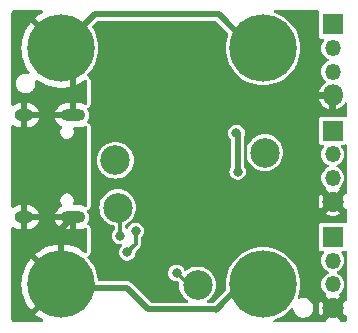
<source format=gbr>
%TF.GenerationSoftware,KiCad,Pcbnew,8.0.2*%
%TF.CreationDate,2024-05-15T22:33:18-04:00*%
%TF.ProjectId,USB-C-3-way-splitter,5553422d-432d-4332-9d77-61792d73706c,rev?*%
%TF.SameCoordinates,Original*%
%TF.FileFunction,Copper,L2,Bot*%
%TF.FilePolarity,Positive*%
%FSLAX46Y46*%
G04 Gerber Fmt 4.6, Leading zero omitted, Abs format (unit mm)*
G04 Created by KiCad (PCBNEW 8.0.2) date 2024-05-15 22:33:18*
%MOMM*%
%LPD*%
G01*
G04 APERTURE LIST*
%TA.AperFunction,ComponentPad*%
%ADD10C,5.700000*%
%TD*%
%TA.AperFunction,ComponentPad*%
%ADD11R,1.800000X1.800000*%
%TD*%
%TA.AperFunction,ComponentPad*%
%ADD12O,1.350000X1.350000*%
%TD*%
%TA.AperFunction,ComponentPad*%
%ADD13C,1.800000*%
%TD*%
%TA.AperFunction,ComponentPad*%
%ADD14O,1.800000X1.800000*%
%TD*%
%TA.AperFunction,ComponentPad*%
%ADD15O,2.100000X1.000000*%
%TD*%
%TA.AperFunction,ComponentPad*%
%ADD16O,1.600000X1.000000*%
%TD*%
%TA.AperFunction,SMDPad,CuDef*%
%ADD17C,2.500000*%
%TD*%
%TA.AperFunction,ViaPad*%
%ADD18C,0.800000*%
%TD*%
%TA.AperFunction,Conductor*%
%ADD19C,0.500000*%
%TD*%
%TA.AperFunction,Conductor*%
%ADD20C,0.300000*%
%TD*%
%TA.AperFunction,Conductor*%
%ADD21C,0.600000*%
%TD*%
G04 APERTURE END LIST*
D10*
%TO.P,H4,1,1*%
%TO.N,GNDPWR*%
X20100000Y-10000000D03*
%TD*%
D11*
%TO.P,J3,1,Pin_1*%
%TO.N,+5V*%
X26000000Y3000000D03*
D12*
%TO.P,J3,2,Pin_2*%
%TO.N,Net-(J3-Pin_2)*%
X26000000Y1000000D03*
%TO.P,J3,3,Pin_3*%
X26000000Y-1000000D03*
D13*
%TO.P,J3,4,Pin_4*%
%TO.N,GND*%
X26000000Y-3000000D03*
%TD*%
D10*
%TO.P,H2,1,1*%
%TO.N,GNDPWR*%
X3000000Y-10000000D03*
%TD*%
D11*
%TO.P,J2,1,Pin_1*%
%TO.N,+5V*%
X26000000Y12000000D03*
D12*
%TO.P,J2,2,Pin_2*%
%TO.N,Net-(J2-Pin_2)*%
X26000000Y10000000D03*
%TO.P,J2,3,Pin_3*%
X26000000Y8000000D03*
D14*
%TO.P,J2,4,Pin_4*%
%TO.N,GND*%
X26000000Y6000000D03*
%TD*%
D10*
%TO.P,H1,1,1*%
%TO.N,GNDPWR*%
X3000000Y10000000D03*
%TD*%
D15*
%TO.P,J1,S1,SHIELD*%
%TO.N,GNDPWR*%
X4030000Y4320000D03*
D16*
X-150000Y4320000D03*
D15*
X4030000Y-4320000D03*
D16*
X-150000Y-4320000D03*
%TD*%
D10*
%TO.P,H3,1,1*%
%TO.N,GNDPWR*%
X20100000Y10000000D03*
%TD*%
D11*
%TO.P,J4,1,Pin_1*%
%TO.N,+5V*%
X26000000Y-6000000D03*
D12*
%TO.P,J4,2,Pin_2*%
%TO.N,Net-(J4-Pin_2)*%
X26000000Y-8000000D03*
%TO.P,J4,3,Pin_3*%
X26000000Y-10000000D03*
D13*
%TO.P,J4,4,Pin_4*%
%TO.N,GND*%
X26000000Y-12000000D03*
%TD*%
D17*
%TO.P,TP4,1,1*%
%TO.N,+1V2*%
X14550000Y-10050000D03*
%TD*%
%TO.P,TP2,1,1*%
%TO.N,CC2*%
X7800000Y-3500000D03*
%TD*%
%TO.P,TP3,1,1*%
%TO.N,EN*%
X20250000Y1150000D03*
%TD*%
%TO.P,TP1,1,1*%
%TO.N,CC1*%
X7600000Y500000D03*
%TD*%
D18*
%TO.N,GND*%
X18175000Y-4725000D03*
X20000000Y6000000D03*
X10100000Y-3850000D03*
X19500000Y-1000000D03*
X16400000Y9950000D03*
X22850000Y-550000D03*
X16450000Y10900000D03*
X12600000Y10050000D03*
X21000000Y6000000D03*
X6200000Y3600000D03*
X15800000Y-6300000D03*
X5800000Y-4900000D03*
X12500000Y-5200000D03*
X16400000Y-8900000D03*
X10700000Y-11000000D03*
X5800000Y-3900000D03*
X19000000Y6000000D03*
X6100000Y4700000D03*
X6000000Y7500000D03*
X6000000Y-5900000D03*
%TO.N,VBUS*%
X17850000Y2800000D03*
X17950000Y-450000D03*
%TO.N,CC1*%
X9300000Y-5500000D03*
X6750000Y450000D03*
X8600000Y-7300000D03*
%TO.N,CC2*%
X8000000Y-5900000D03*
%TO.N,+1V2*%
X12775000Y-9025000D03*
%TO.N,EN*%
X19550000Y1100000D03*
%TD*%
D19*
%TO.N,VBUS*%
X17950000Y2700000D02*
X17850000Y2800000D01*
X17950000Y-450000D02*
X17950000Y2700000D01*
D20*
%TO.N,CC1*%
X9300000Y-5500000D02*
X9300000Y-6600000D01*
X9300000Y-6600000D02*
X8600000Y-7300000D01*
%TO.N,CC2*%
X8000000Y-3700000D02*
X7800000Y-3500000D01*
X8000000Y-5900000D02*
X8000000Y-3700000D01*
%TO.N,+1V2*%
X13800000Y-10050000D02*
X12775000Y-9025000D01*
X14550000Y-10050000D02*
X13800000Y-10050000D01*
D21*
%TO.N,GNDPWR*%
X4620000Y4320000D02*
X4030000Y4320000D01*
D19*
X3000000Y-10000000D02*
X3302400Y-10302400D01*
X16350000Y12850000D02*
X19200000Y10000000D01*
X5850000Y12850000D02*
X16350000Y12850000D01*
X3000000Y-5350000D02*
X4030000Y-4320000D01*
X4030000Y4320000D02*
X4030000Y8970000D01*
X10400000Y-12100000D02*
X16050000Y-12100000D01*
X8602400Y-10302400D02*
X10400000Y-12100000D01*
X16100000Y-12150000D02*
X18250000Y-10000000D01*
X3000000Y-10000000D02*
X3000000Y-5350000D01*
X19200000Y10000000D02*
X20100000Y10000000D01*
X3000000Y10000000D02*
X5850000Y12850000D01*
D21*
X4030000Y-4320000D02*
X4620000Y-4320000D01*
D19*
X18250000Y-10000000D02*
X20100000Y-10000000D01*
X16050000Y-12100000D02*
X16100000Y-12150000D01*
X4030000Y8970000D02*
X3000000Y10000000D01*
X3302400Y-10302400D02*
X8602400Y-10302400D01*
%TD*%
%TA.AperFunction,Conductor*%
%TO.N,GNDPWR*%
G36*
X1441011Y13179815D02*
G01*
X1486766Y13127011D01*
X1496710Y13057853D01*
X1467685Y12994297D01*
X1430975Y12966679D01*
X1431501Y12965689D01*
X1428522Y12964109D01*
X1117282Y12776843D01*
X1117266Y12776832D01*
X828071Y12556993D01*
X828070Y12556992D01*
X811888Y12541664D01*
X811888Y12541662D01*
X2059300Y11294250D01*
X1957670Y11220412D01*
X1779588Y11042330D01*
X1705747Y10940697D01*
X460970Y12185475D01*
X460969Y12185475D01*
X329177Y12030319D01*
X329170Y12030309D01*
X125318Y11729651D01*
X125316Y11729647D01*
X-44838Y11408702D01*
X-44847Y11408684D01*
X-179302Y11071227D01*
X-179304Y11071220D01*
X-276480Y10721222D01*
X-276482Y10721214D01*
X-335253Y10362728D01*
X-354920Y10000002D01*
X-354920Y9999997D01*
X-335253Y9637271D01*
X-276482Y9278785D01*
X-276480Y9278777D01*
X-179304Y8928779D01*
X-179302Y8928772D01*
X-44847Y8591315D01*
X-44838Y8591297D01*
X125316Y8270352D01*
X125318Y8270348D01*
X307198Y8002096D01*
X328527Y7935562D01*
X310499Y7868058D01*
X258838Y7821017D01*
X189945Y7809374D01*
X180373Y7810892D01*
X81799Y7830500D01*
X81797Y7830500D01*
X-81797Y7830500D01*
X-81799Y7830500D01*
X-180372Y7810892D01*
X-242248Y7798584D01*
X-393389Y7735979D01*
X-529413Y7645091D01*
X-645091Y7529413D01*
X-735979Y7393389D01*
X-798584Y7242248D01*
X-798585Y7242242D01*
X-830500Y7081799D01*
X-830500Y6918200D01*
X-823569Y6883359D01*
X-798584Y6757752D01*
X-753951Y6650000D01*
X-735980Y6606613D01*
X-735975Y6606604D01*
X-645091Y6470587D01*
X-645088Y6470583D01*
X-529416Y6354911D01*
X-529412Y6354908D01*
X-393395Y6264024D01*
X-393386Y6264019D01*
X-242248Y6201416D01*
X-242242Y6201414D01*
X-81799Y6169500D01*
X-81797Y6169500D01*
X81799Y6169500D01*
X242242Y6201414D01*
X242248Y6201416D01*
X393386Y6264019D01*
X393395Y6264024D01*
X529412Y6354908D01*
X529416Y6354911D01*
X645088Y6470583D01*
X645091Y6470587D01*
X735975Y6606604D01*
X735980Y6606613D01*
X753951Y6650000D01*
X798584Y6757752D01*
X823569Y6883359D01*
X830500Y6918200D01*
X830500Y7081799D01*
X810121Y7184248D01*
X816348Y7253840D01*
X859211Y7309017D01*
X925100Y7332262D01*
X993097Y7316195D01*
X1006779Y7307156D01*
X1117266Y7223167D01*
X1117282Y7223156D01*
X1428522Y7035890D01*
X1428535Y7035883D01*
X1758205Y6883360D01*
X1758210Y6883359D01*
X2102461Y6767367D01*
X2457235Y6689275D01*
X2818366Y6650000D01*
X3181633Y6650000D01*
X3542764Y6689275D01*
X3897538Y6767367D01*
X4241789Y6883359D01*
X4241794Y6883360D01*
X4571464Y7035883D01*
X4571477Y7035890D01*
X4882717Y7223156D01*
X4882733Y7223167D01*
X5000959Y7313039D01*
X5066241Y7337938D01*
X5134622Y7323591D01*
X5184391Y7274552D01*
X5200000Y7214323D01*
X5200000Y5331159D01*
X5180315Y5264120D01*
X5127511Y5218365D01*
X5058353Y5208421D01*
X5028547Y5216598D01*
X4871689Y5281570D01*
X4871681Y5281572D01*
X4678495Y5319999D01*
X4678492Y5320000D01*
X4280000Y5320000D01*
X4280000Y4620000D01*
X3780000Y4620000D01*
X3780000Y5320000D01*
X3381508Y5320000D01*
X3381504Y5319999D01*
X3188318Y5281572D01*
X3188306Y5281569D01*
X3006328Y5206192D01*
X3006315Y5206185D01*
X2842537Y5096751D01*
X2842533Y5096748D01*
X2703251Y4957466D01*
X2703248Y4957462D01*
X2593814Y4793684D01*
X2593807Y4793671D01*
X2518430Y4611692D01*
X2518430Y4611690D01*
X2510138Y4570000D01*
X3313012Y4570000D01*
X3295795Y4560060D01*
X3239940Y4504205D01*
X3200444Y4435796D01*
X3180000Y4359496D01*
X3180000Y4280504D01*
X3200444Y4204204D01*
X3239940Y4135795D01*
X3295795Y4079940D01*
X3313012Y4070000D01*
X2510138Y4070000D01*
X2518430Y4028309D01*
X2518430Y4028307D01*
X2593807Y3846328D01*
X2593814Y3846315D01*
X2703248Y3682537D01*
X2703251Y3682533D01*
X2842536Y3543248D01*
X3011387Y3430427D01*
X3009889Y3428185D01*
X3051323Y3386789D01*
X3066206Y3318523D01*
X3041819Y3253047D01*
X3040892Y3251824D01*
X3036283Y3245818D01*
X2959993Y3113681D01*
X2959993Y3113680D01*
X2959992Y3113678D01*
X2920500Y2966293D01*
X2920500Y2813707D01*
X2955326Y2683733D01*
X2959993Y2666318D01*
X3036282Y2534182D01*
X3036287Y2534176D01*
X3144176Y2426287D01*
X3144182Y2426282D01*
X3276318Y2349993D01*
X3276317Y2349993D01*
X3320106Y2338259D01*
X3423707Y2310500D01*
X3423710Y2310500D01*
X3576290Y2310500D01*
X3576293Y2310500D01*
X3723678Y2349992D01*
X3723681Y2349993D01*
X3855817Y2426282D01*
X3855823Y2426287D01*
X3963712Y2534176D01*
X3963715Y2534179D01*
X4040008Y2666322D01*
X4079500Y2813707D01*
X4079500Y2966293D01*
X4040008Y3113678D01*
X4032747Y3126253D01*
X4028275Y3134001D01*
X4011803Y3201901D01*
X4034656Y3267928D01*
X4089578Y3311118D01*
X4135663Y3320000D01*
X4678495Y3320000D01*
X4871681Y3358427D01*
X4871693Y3358430D01*
X5028548Y3423401D01*
X5098017Y3430870D01*
X5160496Y3399595D01*
X5196148Y3339505D01*
X5200000Y3308840D01*
X5200000Y-3308840D01*
X5180315Y-3375879D01*
X5127511Y-3421634D01*
X5058353Y-3431578D01*
X5028548Y-3423401D01*
X4871693Y-3358430D01*
X4871681Y-3358427D01*
X4678495Y-3320000D01*
X4135663Y-3320000D01*
X4068624Y-3300315D01*
X4022869Y-3247511D01*
X4012925Y-3178353D01*
X4028275Y-3134001D01*
X4032747Y-3126253D01*
X4040008Y-3113678D01*
X4079500Y-2966293D01*
X4079500Y-2813707D01*
X4040008Y-2666322D01*
X3963715Y-2534179D01*
X3855821Y-2426285D01*
X3855819Y-2426284D01*
X3855817Y-2426282D01*
X3723681Y-2349993D01*
X3723682Y-2349993D01*
X3711595Y-2346754D01*
X3576293Y-2310500D01*
X3423707Y-2310500D01*
X3288404Y-2346754D01*
X3276318Y-2349993D01*
X3144182Y-2426282D01*
X3144176Y-2426287D01*
X3036287Y-2534176D01*
X3036282Y-2534182D01*
X2959993Y-2666318D01*
X2959992Y-2666322D01*
X2920500Y-2813707D01*
X2920500Y-2966293D01*
X2959992Y-3113678D01*
X2959993Y-3113681D01*
X3036283Y-3245818D01*
X3040892Y-3251824D01*
X3066088Y-3316993D01*
X3052051Y-3385438D01*
X3010060Y-3428441D01*
X3011387Y-3430427D01*
X2842536Y-3543248D01*
X2703251Y-3682533D01*
X2703248Y-3682537D01*
X2593814Y-3846315D01*
X2593807Y-3846328D01*
X2518430Y-4028307D01*
X2518430Y-4028309D01*
X2510138Y-4070000D01*
X3313012Y-4070000D01*
X3295795Y-4079940D01*
X3239940Y-4135795D01*
X3200444Y-4204204D01*
X3180000Y-4280504D01*
X3180000Y-4359496D01*
X3200444Y-4435796D01*
X3239940Y-4504205D01*
X3295795Y-4560060D01*
X3313012Y-4570000D01*
X2510138Y-4570000D01*
X2518430Y-4611690D01*
X2518430Y-4611692D01*
X2593807Y-4793671D01*
X2593814Y-4793684D01*
X2703248Y-4957462D01*
X2703251Y-4957466D01*
X2842533Y-5096748D01*
X2842537Y-5096751D01*
X3006315Y-5206185D01*
X3006328Y-5206192D01*
X3188306Y-5281569D01*
X3188318Y-5281572D01*
X3381504Y-5319999D01*
X3381508Y-5320000D01*
X3780000Y-5320000D01*
X3780000Y-4620000D01*
X4280000Y-4620000D01*
X4280000Y-5320000D01*
X4678492Y-5320000D01*
X4678495Y-5319999D01*
X4871681Y-5281572D01*
X4871689Y-5281570D01*
X5028547Y-5216598D01*
X5098017Y-5209129D01*
X5160496Y-5240404D01*
X5196148Y-5300493D01*
X5200000Y-5331159D01*
X5200000Y-7214323D01*
X5180315Y-7281362D01*
X5127511Y-7327117D01*
X5058353Y-7337061D01*
X5000959Y-7313039D01*
X4882733Y-7223167D01*
X4882717Y-7223156D01*
X4571477Y-7035890D01*
X4571464Y-7035883D01*
X4241794Y-6883360D01*
X4241789Y-6883359D01*
X3897538Y-6767367D01*
X3542764Y-6689275D01*
X3181633Y-6650000D01*
X2818366Y-6650000D01*
X2457235Y-6689275D01*
X2102461Y-6767367D01*
X1758210Y-6883359D01*
X1758205Y-6883360D01*
X1428535Y-7035883D01*
X1428522Y-7035890D01*
X1117282Y-7223156D01*
X1117266Y-7223167D01*
X828075Y-7443002D01*
X811888Y-7458335D01*
X811887Y-7458335D01*
X2059301Y-8705748D01*
X1957670Y-8779588D01*
X1779588Y-8957670D01*
X1705748Y-9059300D01*
X460970Y-7814522D01*
X460969Y-7814523D01*
X329177Y-7969680D01*
X329170Y-7969690D01*
X125318Y-8270348D01*
X125316Y-8270352D01*
X-44838Y-8591297D01*
X-44847Y-8591315D01*
X-179302Y-8928772D01*
X-179304Y-8928779D01*
X-276480Y-9278777D01*
X-276482Y-9278785D01*
X-335253Y-9637271D01*
X-354920Y-9999997D01*
X-354920Y-10000002D01*
X-335253Y-10362728D01*
X-276482Y-10721214D01*
X-276480Y-10721222D01*
X-179304Y-11071220D01*
X-179302Y-11071227D01*
X-44847Y-11408684D01*
X-44838Y-11408702D01*
X125316Y-11729647D01*
X125318Y-11729651D01*
X329170Y-12030309D01*
X329177Y-12030319D01*
X460969Y-12185475D01*
X460970Y-12185475D01*
X1705748Y-10940698D01*
X1779588Y-11042330D01*
X1957670Y-11220412D01*
X2059299Y-11294250D01*
X811888Y-12541662D01*
X811888Y-12541664D01*
X828070Y-12556992D01*
X828071Y-12556993D01*
X1117266Y-12776832D01*
X1117282Y-12776843D01*
X1428522Y-12964109D01*
X1431501Y-12965689D01*
X1430755Y-12967094D01*
X1478608Y-13008962D01*
X1497971Y-13076095D01*
X1477964Y-13143040D01*
X1424941Y-13188540D01*
X1373972Y-13199500D01*
X-990243Y-13199500D01*
X-1009638Y-13197973D01*
X-1025888Y-13195399D01*
X-1042250Y-13192808D01*
X-1079144Y-13180821D01*
X-1099762Y-13170316D01*
X-1131150Y-13147511D01*
X-1147511Y-13131150D01*
X-1170316Y-13099762D01*
X-1180821Y-13079144D01*
X-1192808Y-13042250D01*
X-1197973Y-13009642D01*
X-1199500Y-12990243D01*
X-1199500Y-5253878D01*
X-1179815Y-5186839D01*
X-1127011Y-5141084D01*
X-1057853Y-5131140D01*
X-1006609Y-5150776D01*
X-923683Y-5206185D01*
X-923671Y-5206192D01*
X-741693Y-5281569D01*
X-741681Y-5281572D01*
X-548495Y-5319999D01*
X-548492Y-5320000D01*
X-400000Y-5320000D01*
X-400000Y-4620000D01*
X100000Y-4620000D01*
X100000Y-5320000D01*
X248492Y-5320000D01*
X248495Y-5319999D01*
X441681Y-5281572D01*
X441693Y-5281569D01*
X623671Y-5206192D01*
X623684Y-5206185D01*
X787462Y-5096751D01*
X787466Y-5096748D01*
X926748Y-4957466D01*
X926751Y-4957462D01*
X1036185Y-4793684D01*
X1036192Y-4793671D01*
X1111569Y-4611692D01*
X1111569Y-4611690D01*
X1119862Y-4570000D01*
X316988Y-4570000D01*
X334205Y-4560060D01*
X390060Y-4504205D01*
X429556Y-4435796D01*
X450000Y-4359496D01*
X450000Y-4280504D01*
X429556Y-4204204D01*
X390060Y-4135795D01*
X334205Y-4079940D01*
X316988Y-4070000D01*
X1119862Y-4070000D01*
X1111569Y-4028309D01*
X1111569Y-4028307D01*
X1036192Y-3846328D01*
X1036185Y-3846315D01*
X926751Y-3682537D01*
X926748Y-3682533D01*
X787466Y-3543251D01*
X787462Y-3543248D01*
X623684Y-3433814D01*
X623671Y-3433807D01*
X441693Y-3358430D01*
X441681Y-3358427D01*
X248495Y-3320000D01*
X100000Y-3320000D01*
X100000Y-4020000D01*
X-400000Y-4020000D01*
X-400000Y-3320000D01*
X-548495Y-3320000D01*
X-741681Y-3358427D01*
X-741693Y-3358430D01*
X-923671Y-3433807D01*
X-923684Y-3433814D01*
X-1006609Y-3489223D01*
X-1073287Y-3510101D01*
X-1140667Y-3491616D01*
X-1187357Y-3439637D01*
X-1199500Y-3386121D01*
X-1199500Y3386121D01*
X-1179815Y3453160D01*
X-1127011Y3498915D01*
X-1057853Y3508859D01*
X-1006609Y3489223D01*
X-923684Y3433814D01*
X-923671Y3433807D01*
X-741693Y3358430D01*
X-741681Y3358427D01*
X-548495Y3320000D01*
X-400000Y3320000D01*
X-400000Y4020000D01*
X100000Y4020000D01*
X100000Y3320000D01*
X248495Y3320000D01*
X441681Y3358427D01*
X441693Y3358430D01*
X623671Y3433807D01*
X623684Y3433814D01*
X787462Y3543248D01*
X787466Y3543251D01*
X926748Y3682533D01*
X926751Y3682537D01*
X1036185Y3846315D01*
X1036192Y3846328D01*
X1111569Y4028307D01*
X1111569Y4028309D01*
X1119862Y4070000D01*
X316988Y4070000D01*
X334205Y4079940D01*
X390060Y4135795D01*
X429556Y4204204D01*
X450000Y4280504D01*
X450000Y4359496D01*
X429556Y4435796D01*
X390060Y4504205D01*
X334205Y4560060D01*
X316988Y4570000D01*
X1119862Y4570000D01*
X1111569Y4611690D01*
X1111569Y4611692D01*
X1036192Y4793671D01*
X1036185Y4793684D01*
X926751Y4957462D01*
X926748Y4957466D01*
X787466Y5096748D01*
X787462Y5096751D01*
X623684Y5206185D01*
X623671Y5206192D01*
X441693Y5281569D01*
X441681Y5281572D01*
X248495Y5319999D01*
X248492Y5320000D01*
X100000Y5320000D01*
X100000Y4620000D01*
X-400000Y4620000D01*
X-400000Y5320000D01*
X-548492Y5320000D01*
X-548495Y5319999D01*
X-741681Y5281572D01*
X-741693Y5281569D01*
X-923671Y5206192D01*
X-923683Y5206185D01*
X-1006609Y5150776D01*
X-1073286Y5129898D01*
X-1140666Y5148382D01*
X-1187357Y5200361D01*
X-1199500Y5253878D01*
X-1199500Y12990244D01*
X-1197973Y13009643D01*
X-1192808Y13042251D01*
X-1180820Y13079147D01*
X-1170315Y13099764D01*
X-1147511Y13131150D01*
X-1131150Y13147511D01*
X-1099762Y13170316D01*
X-1079144Y13180821D01*
X-1042250Y13192808D01*
X-1025888Y13195399D01*
X-1009638Y13197973D01*
X-990243Y13199500D01*
X1373972Y13199500D01*
X1441011Y13179815D01*
G37*
%TD.AperFunction*%
%TD*%
%TA.AperFunction,Conductor*%
%TO.N,GND*%
G36*
X24810010Y13180593D02*
G01*
X24845974Y13131093D01*
X24845974Y13069907D01*
X24842385Y13060515D01*
X24810880Y12989161D01*
X24802414Y12969988D01*
X24799500Y12944869D01*
X24799500Y11055139D01*
X24799501Y11055136D01*
X24802414Y11030009D01*
X24847794Y10927235D01*
X24927235Y10847794D01*
X25030011Y10802414D01*
X25055130Y10799500D01*
X25055135Y10799500D01*
X25184866Y10799500D01*
X25243057Y10780593D01*
X25279021Y10731093D01*
X25279021Y10669907D01*
X25261394Y10637695D01*
X25184977Y10544581D01*
X25184976Y10544579D01*
X25184969Y10544569D01*
X25094397Y10375119D01*
X25094395Y10375114D01*
X25038614Y10191231D01*
X25038613Y10191226D01*
X25019780Y10000003D01*
X25019780Y9999996D01*
X25038613Y9808773D01*
X25038614Y9808768D01*
X25094395Y9624885D01*
X25094397Y9624880D01*
X25184969Y9455430D01*
X25184976Y9455420D01*
X25306875Y9306884D01*
X25306884Y9306875D01*
X25455420Y9184976D01*
X25455430Y9184969D01*
X25624880Y9094397D01*
X25629375Y9092536D01*
X25628824Y9091207D01*
X25673957Y9059750D01*
X25694002Y9001941D01*
X25676239Y8943391D01*
X25629232Y8907808D01*
X25629375Y8907464D01*
X25628053Y8906916D01*
X25627454Y8906463D01*
X25625156Y8905716D01*
X25624890Y8905606D01*
X25624886Y8905605D01*
X25624881Y8905602D01*
X25624880Y8905602D01*
X25455430Y8815030D01*
X25455423Y8815025D01*
X25455419Y8815023D01*
X25376158Y8749975D01*
X25306884Y8693124D01*
X25306875Y8693115D01*
X25255813Y8630895D01*
X25184977Y8544581D01*
X25184976Y8544579D01*
X25184969Y8544569D01*
X25094397Y8375119D01*
X25094395Y8375114D01*
X25038614Y8191231D01*
X25038613Y8191226D01*
X25019780Y8000003D01*
X25019780Y7999996D01*
X25038613Y7808773D01*
X25038614Y7808768D01*
X25094395Y7624885D01*
X25094397Y7624880D01*
X25184969Y7455430D01*
X25184976Y7455420D01*
X25306875Y7306884D01*
X25306884Y7306875D01*
X25425333Y7209667D01*
X25458320Y7158135D01*
X25454718Y7097056D01*
X25415903Y7049759D01*
X25414645Y7048968D01*
X25273744Y6961725D01*
X25109391Y6811898D01*
X25109387Y6811893D01*
X24975369Y6634426D01*
X24975364Y6634417D01*
X24876239Y6435347D01*
X24837730Y6300000D01*
X25480385Y6300000D01*
X25440889Y6231591D01*
X25400000Y6078991D01*
X25400000Y5921009D01*
X25440889Y5768409D01*
X25480385Y5700000D01*
X24837731Y5700000D01*
X24837730Y5699999D01*
X24876239Y5564652D01*
X24975364Y5365582D01*
X24975369Y5365573D01*
X25109387Y5188106D01*
X25109391Y5188101D01*
X25273744Y5038274D01*
X25462816Y4921205D01*
X25462821Y4921202D01*
X25670199Y4840863D01*
X25700000Y4835293D01*
X25700000Y5480385D01*
X25768409Y5440889D01*
X25921009Y5400000D01*
X26078991Y5400000D01*
X26231591Y5440889D01*
X26300000Y5480385D01*
X26300000Y4835293D01*
X26329800Y4840863D01*
X26537178Y4921202D01*
X26537183Y4921205D01*
X26726255Y5038274D01*
X26890608Y5188101D01*
X26890612Y5188106D01*
X27021496Y5361423D01*
X27071653Y5396466D01*
X27132827Y5395335D01*
X27181654Y5358463D01*
X27199500Y5301762D01*
X27199500Y4248180D01*
X27180593Y4189989D01*
X27131093Y4154025D01*
X27069907Y4154025D01*
X27060512Y4157616D01*
X26969991Y4197585D01*
X26944865Y4200500D01*
X25055136Y4200499D01*
X25030009Y4197585D01*
X24927235Y4152206D01*
X24847794Y4072765D01*
X24802415Y3969991D01*
X24802414Y3969988D01*
X24799500Y3944869D01*
X24799500Y2055139D01*
X24799501Y2055136D01*
X24802414Y2030009D01*
X24847794Y1927235D01*
X24927235Y1847794D01*
X25030011Y1802414D01*
X25055130Y1799500D01*
X25055135Y1799500D01*
X25184866Y1799500D01*
X25243057Y1780593D01*
X25279021Y1731093D01*
X25279021Y1669907D01*
X25261394Y1637695D01*
X25184977Y1544581D01*
X25184976Y1544579D01*
X25184969Y1544569D01*
X25094397Y1375119D01*
X25094395Y1375114D01*
X25038614Y1191231D01*
X25038613Y1191226D01*
X25019780Y1000003D01*
X25019780Y999996D01*
X25038613Y808773D01*
X25038614Y808768D01*
X25094395Y624885D01*
X25094397Y624880D01*
X25184969Y455430D01*
X25184976Y455420D01*
X25306875Y306884D01*
X25306884Y306875D01*
X25455420Y184976D01*
X25455430Y184969D01*
X25624880Y94397D01*
X25629375Y92536D01*
X25628824Y91207D01*
X25673957Y59750D01*
X25694002Y1941D01*
X25676239Y-56609D01*
X25629232Y-92191D01*
X25629375Y-92536D01*
X25628053Y-93083D01*
X25627454Y-93537D01*
X25625156Y-94283D01*
X25624880Y-94397D01*
X25455430Y-184969D01*
X25455420Y-184976D01*
X25306884Y-306875D01*
X25306875Y-306884D01*
X25184976Y-455420D01*
X25184969Y-455430D01*
X25094397Y-624880D01*
X25094395Y-624885D01*
X25038614Y-808768D01*
X25038613Y-808773D01*
X25019780Y-999996D01*
X25019780Y-1000003D01*
X25038613Y-1191226D01*
X25038614Y-1191231D01*
X25094395Y-1375114D01*
X25094397Y-1375119D01*
X25184969Y-1544569D01*
X25184975Y-1544578D01*
X25184977Y-1544581D01*
X25235810Y-1606521D01*
X25306875Y-1693115D01*
X25306884Y-1693124D01*
X25425333Y-1790332D01*
X25458320Y-1841863D01*
X25454718Y-1902942D01*
X25415903Y-1950239D01*
X25414645Y-1951031D01*
X25390343Y-1966078D01*
X25844709Y-2420444D01*
X25768409Y-2440889D01*
X25631592Y-2519881D01*
X25519881Y-2631592D01*
X25440889Y-2768409D01*
X25420444Y-2844709D01*
X24964045Y-2388310D01*
X24964044Y-2388310D01*
X24876240Y-2564647D01*
X24815379Y-2778554D01*
X24794859Y-3000000D01*
X24815379Y-3221445D01*
X24876240Y-3435350D01*
X24964044Y-3611688D01*
X24964045Y-3611688D01*
X25420443Y-3155289D01*
X25440889Y-3231591D01*
X25519881Y-3368408D01*
X25631592Y-3480119D01*
X25768409Y-3559111D01*
X25844708Y-3579555D01*
X25390343Y-4033920D01*
X25462819Y-4078796D01*
X25670200Y-4159136D01*
X25888804Y-4200000D01*
X26111196Y-4200000D01*
X26329799Y-4159136D01*
X26537176Y-4078798D01*
X26537176Y-4078797D01*
X26609655Y-4033919D01*
X26155291Y-3579555D01*
X26231591Y-3559111D01*
X26368408Y-3480119D01*
X26480119Y-3368408D01*
X26559111Y-3231591D01*
X26579555Y-3155290D01*
X27035953Y-3611688D01*
X27084561Y-3603759D01*
X27145037Y-3613052D01*
X27188501Y-3656116D01*
X27199500Y-3701468D01*
X27199500Y-4751819D01*
X27180593Y-4810010D01*
X27131093Y-4845974D01*
X27069907Y-4845974D01*
X27060512Y-4842384D01*
X26969991Y-4802415D01*
X26969990Y-4802414D01*
X26969988Y-4802414D01*
X26944868Y-4799500D01*
X25055139Y-4799500D01*
X25055136Y-4799501D01*
X25030009Y-4802414D01*
X24927235Y-4847794D01*
X24847794Y-4927235D01*
X24802414Y-5030011D01*
X24799500Y-5055130D01*
X24799500Y-6944860D01*
X24799501Y-6944863D01*
X24802414Y-6969990D01*
X24825206Y-7021609D01*
X24847794Y-7072765D01*
X24927235Y-7152206D01*
X25030009Y-7197585D01*
X25055135Y-7200500D01*
X25184867Y-7200499D01*
X25243056Y-7219406D01*
X25279020Y-7268906D01*
X25279021Y-7330091D01*
X25261395Y-7362303D01*
X25184975Y-7455421D01*
X25184969Y-7455430D01*
X25094397Y-7624880D01*
X25094395Y-7624885D01*
X25038614Y-7808768D01*
X25038613Y-7808773D01*
X25019780Y-7999996D01*
X25019780Y-8000003D01*
X25038613Y-8191226D01*
X25038614Y-8191231D01*
X25094395Y-8375114D01*
X25094397Y-8375119D01*
X25184969Y-8544569D01*
X25184975Y-8544578D01*
X25184977Y-8544581D01*
X25235810Y-8606521D01*
X25306875Y-8693115D01*
X25306884Y-8693124D01*
X25376158Y-8749975D01*
X25455419Y-8815023D01*
X25455423Y-8815025D01*
X25455430Y-8815030D01*
X25624880Y-8905602D01*
X25624886Y-8905605D01*
X25624890Y-8905606D01*
X25629375Y-8907464D01*
X25628824Y-8908792D01*
X25673957Y-8940250D01*
X25694002Y-8998059D01*
X25676239Y-9056609D01*
X25629232Y-9092191D01*
X25629375Y-9092536D01*
X25628053Y-9093083D01*
X25627454Y-9093537D01*
X25625156Y-9094283D01*
X25624880Y-9094397D01*
X25455430Y-9184969D01*
X25455420Y-9184976D01*
X25306884Y-9306875D01*
X25306875Y-9306884D01*
X25184976Y-9455420D01*
X25184969Y-9455430D01*
X25094397Y-9624880D01*
X25094395Y-9624885D01*
X25038614Y-9808768D01*
X25038613Y-9808773D01*
X25019780Y-9999996D01*
X25019780Y-10000003D01*
X25038613Y-10191226D01*
X25038614Y-10191231D01*
X25094395Y-10375114D01*
X25094397Y-10375119D01*
X25184969Y-10544569D01*
X25184975Y-10544578D01*
X25184977Y-10544581D01*
X25235810Y-10606521D01*
X25306875Y-10693115D01*
X25306884Y-10693124D01*
X25425333Y-10790332D01*
X25458320Y-10841863D01*
X25454718Y-10902942D01*
X25415903Y-10950239D01*
X25414645Y-10951031D01*
X25390343Y-10966078D01*
X25844709Y-11420444D01*
X25768409Y-11440889D01*
X25631592Y-11519881D01*
X25519881Y-11631592D01*
X25440889Y-11768409D01*
X25420444Y-11844709D01*
X24964045Y-11388310D01*
X24964044Y-11388310D01*
X24876240Y-11564647D01*
X24815379Y-11778554D01*
X24794859Y-12000000D01*
X24815379Y-12221445D01*
X24876240Y-12435350D01*
X24964044Y-12611688D01*
X24964045Y-12611688D01*
X25420443Y-12155289D01*
X25440889Y-12231591D01*
X25519881Y-12368408D01*
X25631592Y-12480119D01*
X25768409Y-12559111D01*
X25844708Y-12579555D01*
X25390342Y-13033921D01*
X25392491Y-13052446D01*
X25401454Y-13063039D01*
X25405971Y-13124057D01*
X25373761Y-13176077D01*
X25317125Y-13199230D01*
X25309815Y-13199500D01*
X21075945Y-13199500D01*
X21017754Y-13180593D01*
X20981790Y-13131093D01*
X20981790Y-13069907D01*
X21017754Y-13020407D01*
X21048538Y-13005369D01*
X21067174Y-13000000D01*
X21142184Y-12978390D01*
X21469105Y-12842975D01*
X21778808Y-12671808D01*
X22067400Y-12467041D01*
X22331250Y-12231250D01*
X22500025Y-12042389D01*
X22552898Y-12011600D01*
X22613771Y-12017768D01*
X22659394Y-12058539D01*
X22670941Y-12089044D01*
X22693122Y-12200554D01*
X22701416Y-12242248D01*
X22726100Y-12301840D01*
X22764020Y-12393388D01*
X22840495Y-12507841D01*
X22854909Y-12529413D01*
X22970587Y-12645091D01*
X23106611Y-12735979D01*
X23257752Y-12798584D01*
X23418203Y-12830500D01*
X23418204Y-12830500D01*
X23581796Y-12830500D01*
X23581797Y-12830500D01*
X23742248Y-12798584D01*
X23893389Y-12735979D01*
X24029413Y-12645091D01*
X24145091Y-12529413D01*
X24235979Y-12393389D01*
X24298584Y-12242248D01*
X24330500Y-12081797D01*
X24330500Y-11918203D01*
X24298584Y-11757752D01*
X24235979Y-11606611D01*
X24145091Y-11470587D01*
X24029413Y-11354909D01*
X23959598Y-11308260D01*
X23893388Y-11264020D01*
X23742246Y-11201415D01*
X23581799Y-11169500D01*
X23581797Y-11169500D01*
X23418203Y-11169500D01*
X23418200Y-11169500D01*
X23257752Y-11201416D01*
X23257750Y-11201416D01*
X23182439Y-11232611D01*
X23121442Y-11237411D01*
X23069273Y-11205442D01*
X23045859Y-11148914D01*
X23053089Y-11103265D01*
X23078390Y-11042184D01*
X23176350Y-10702157D01*
X23235623Y-10353300D01*
X23238993Y-10293302D01*
X23255464Y-10000004D01*
X23255464Y-9999995D01*
X23235624Y-9646709D01*
X23235621Y-9646689D01*
X23231916Y-9624880D01*
X23176350Y-9297843D01*
X23078390Y-8957816D01*
X22942975Y-8630895D01*
X22942973Y-8630890D01*
X22771806Y-8321189D01*
X22567043Y-8032603D01*
X22567041Y-8032600D01*
X22331250Y-7768750D01*
X22067400Y-7532959D01*
X21977075Y-7468870D01*
X21778810Y-7328193D01*
X21469108Y-7157026D01*
X21469109Y-7157026D01*
X21142182Y-7021609D01*
X20802155Y-6923649D01*
X20453310Y-6864378D01*
X20453290Y-6864375D01*
X20100005Y-6844536D01*
X20099995Y-6844536D01*
X19746709Y-6864375D01*
X19746689Y-6864378D01*
X19397844Y-6923649D01*
X19057817Y-7021609D01*
X18730890Y-7157026D01*
X18421189Y-7328193D01*
X18132603Y-7532956D01*
X17868757Y-7768743D01*
X17868743Y-7768757D01*
X17632956Y-8032603D01*
X17428193Y-8321189D01*
X17257026Y-8630890D01*
X17121609Y-8957817D01*
X17023649Y-9297844D01*
X16964378Y-9646689D01*
X16964375Y-9646709D01*
X16944536Y-9999995D01*
X16944536Y-10000004D01*
X16964375Y-10353290D01*
X16964378Y-10353311D01*
X16978145Y-10434338D01*
X16969252Y-10494874D01*
X16950548Y-10520925D01*
X15950971Y-11520504D01*
X15896454Y-11548281D01*
X15880967Y-11549500D01*
X15421538Y-11549500D01*
X15363347Y-11530593D01*
X15327383Y-11481093D01*
X15327383Y-11419907D01*
X15363347Y-11370407D01*
X15369810Y-11366089D01*
X15403875Y-11345213D01*
X15464179Y-11308259D01*
X15649759Y-11149759D01*
X15808259Y-10964179D01*
X15935777Y-10756089D01*
X16029172Y-10530612D01*
X16086146Y-10293302D01*
X16105294Y-10050000D01*
X16086146Y-9806698D01*
X16029172Y-9569388D01*
X15935777Y-9343911D01*
X15913084Y-9306880D01*
X15808260Y-9135823D01*
X15808259Y-9135821D01*
X15772145Y-9093537D01*
X15649767Y-8950250D01*
X15649764Y-8950247D01*
X15649759Y-8950241D01*
X15649752Y-8950235D01*
X15649749Y-8950232D01*
X15464184Y-8791745D01*
X15464176Y-8791739D01*
X15256092Y-8664224D01*
X15256081Y-8664219D01*
X15030616Y-8570829D01*
X15030613Y-8570828D01*
X14793300Y-8513853D01*
X14550000Y-8494706D01*
X14306699Y-8513853D01*
X14069386Y-8570828D01*
X14069383Y-8570829D01*
X13843918Y-8664219D01*
X13843907Y-8664224D01*
X13635819Y-8791742D01*
X13591650Y-8829464D01*
X13535122Y-8852877D01*
X13475627Y-8838592D01*
X13435892Y-8792065D01*
X13434809Y-8789336D01*
X13399818Y-8697070D01*
X13303183Y-8557071D01*
X13289082Y-8544579D01*
X13175853Y-8444267D01*
X13175852Y-8444266D01*
X13025225Y-8365210D01*
X13025224Y-8365209D01*
X13025223Y-8365209D01*
X12860058Y-8324500D01*
X12860056Y-8324500D01*
X12689944Y-8324500D01*
X12689941Y-8324500D01*
X12524776Y-8365209D01*
X12374146Y-8444267D01*
X12246818Y-8557069D01*
X12246816Y-8557072D01*
X12152906Y-8693124D01*
X12150182Y-8697070D01*
X12096511Y-8838592D01*
X12089860Y-8856129D01*
X12077513Y-8957817D01*
X12069355Y-9025000D01*
X12089860Y-9193872D01*
X12150182Y-9352930D01*
X12246817Y-9492929D01*
X12374148Y-9605734D01*
X12524775Y-9684790D01*
X12689944Y-9725500D01*
X12797389Y-9725500D01*
X12855580Y-9744407D01*
X12867393Y-9754496D01*
X12974704Y-9861807D01*
X13002481Y-9916324D01*
X13003395Y-9939577D01*
X12994706Y-10049999D01*
X13013853Y-10293300D01*
X13070828Y-10530613D01*
X13070829Y-10530616D01*
X13164219Y-10756081D01*
X13164224Y-10756092D01*
X13291739Y-10964176D01*
X13291745Y-10964184D01*
X13358361Y-11042182D01*
X13450241Y-11149759D01*
X13450247Y-11149764D01*
X13450250Y-11149767D01*
X13584025Y-11264021D01*
X13635821Y-11308259D01*
X13635823Y-11308260D01*
X13730190Y-11366089D01*
X13769926Y-11412615D01*
X13774727Y-11473611D01*
X13742757Y-11525780D01*
X13686229Y-11549195D01*
X13678462Y-11549500D01*
X10669033Y-11549500D01*
X10610842Y-11530593D01*
X10599029Y-11520504D01*
X9771640Y-10693115D01*
X8940415Y-9861890D01*
X8814885Y-9789416D01*
X8814882Y-9789415D01*
X8811337Y-9788465D01*
X8807792Y-9787515D01*
X8807790Y-9787514D01*
X8807790Y-9787515D01*
X8674875Y-9751900D01*
X8674874Y-9751900D01*
X6235128Y-9751900D01*
X6176937Y-9732993D01*
X6140973Y-9683493D01*
X6136284Y-9658453D01*
X6135624Y-9646709D01*
X6135621Y-9646689D01*
X6131916Y-9624880D01*
X6076350Y-9297843D01*
X5978390Y-8957816D01*
X5842975Y-8630895D01*
X5842973Y-8630890D01*
X5671806Y-8321189D01*
X5467043Y-8032603D01*
X5467041Y-8032600D01*
X5267017Y-7808773D01*
X5231247Y-7768746D01*
X5228206Y-7766029D01*
X5197419Y-7713154D01*
X5203590Y-7652280D01*
X5244198Y-7606758D01*
X5327571Y-7557998D01*
X5380375Y-7512243D01*
X5422553Y-7467510D01*
X5473439Y-7367434D01*
X5493124Y-7300395D01*
X5505500Y-7214323D01*
X5505500Y-5331159D01*
X5503118Y-5293084D01*
X5499266Y-5262418D01*
X5497454Y-5250045D01*
X5468929Y-5172070D01*
X5458885Y-5144612D01*
X5458884Y-5144609D01*
X5423235Y-5084524D01*
X5401523Y-5055135D01*
X5386696Y-5035065D01*
X5386694Y-5035063D01*
X5327061Y-4989834D01*
X5297244Y-4967219D01*
X5283153Y-4960165D01*
X5257493Y-4947320D01*
X5213921Y-4904365D01*
X5203920Y-4844002D01*
X5219494Y-4803791D01*
X5220414Y-4802415D01*
X5289394Y-4699179D01*
X5349737Y-4553497D01*
X5380500Y-4398842D01*
X5380500Y-4241158D01*
X5349737Y-4086503D01*
X5289394Y-3940821D01*
X5289393Y-3940819D01*
X5289390Y-3940814D01*
X5220004Y-3836972D01*
X5203395Y-3778084D01*
X5224572Y-3720680D01*
X5252335Y-3696516D01*
X5327571Y-3652515D01*
X5380375Y-3606760D01*
X5422553Y-3562027D01*
X5454092Y-3500000D01*
X6244706Y-3500000D01*
X6263853Y-3743300D01*
X6320828Y-3980613D01*
X6320829Y-3980616D01*
X6414219Y-4206081D01*
X6414224Y-4206092D01*
X6541739Y-4414176D01*
X6541745Y-4414184D01*
X6660729Y-4553497D01*
X6700241Y-4599759D01*
X6885821Y-4758259D01*
X6885823Y-4758260D01*
X7093907Y-4885775D01*
X7093918Y-4885780D01*
X7319381Y-4979170D01*
X7319385Y-4979171D01*
X7319386Y-4979171D01*
X7319388Y-4979172D01*
X7473612Y-5016198D01*
X7525780Y-5048166D01*
X7549195Y-5104694D01*
X7549500Y-5112462D01*
X7549500Y-5318693D01*
X7530593Y-5376884D01*
X7516150Y-5392795D01*
X7471819Y-5432068D01*
X7471817Y-5432071D01*
X7375182Y-5572070D01*
X7314860Y-5731128D01*
X7294355Y-5900000D01*
X7314860Y-6068872D01*
X7375182Y-6227930D01*
X7471817Y-6367929D01*
X7599148Y-6480734D01*
X7749775Y-6559790D01*
X7914944Y-6600500D01*
X7914947Y-6600500D01*
X8072165Y-6600500D01*
X8130356Y-6619407D01*
X8166320Y-6668907D01*
X8166320Y-6730093D01*
X8137814Y-6773603D01*
X8071818Y-6832069D01*
X8071816Y-6832072D01*
X8008605Y-6923649D01*
X7975182Y-6972070D01*
X7936995Y-7072764D01*
X7914860Y-7131129D01*
X7895966Y-7286735D01*
X7894355Y-7300000D01*
X7914860Y-7468872D01*
X7975182Y-7627930D01*
X8070506Y-7766029D01*
X8071816Y-7767927D01*
X8071818Y-7767930D01*
X8114260Y-7805530D01*
X8199148Y-7880734D01*
X8349775Y-7959790D01*
X8514944Y-8000500D01*
X8514947Y-8000500D01*
X8685053Y-8000500D01*
X8685056Y-8000500D01*
X8850225Y-7959790D01*
X9000852Y-7880734D01*
X9128183Y-7767929D01*
X9224818Y-7627930D01*
X9285140Y-7468872D01*
X9305645Y-7300000D01*
X9304033Y-7286731D01*
X9315786Y-7226689D01*
X9332304Y-7204797D01*
X9660489Y-6876614D01*
X9694731Y-6817304D01*
X9719799Y-6773886D01*
X9750500Y-6659309D01*
X9750500Y-6081305D01*
X9769407Y-6023114D01*
X9783846Y-6007207D01*
X9828183Y-5967929D01*
X9924818Y-5827930D01*
X9985140Y-5668872D01*
X10005645Y-5500000D01*
X9985140Y-5331128D01*
X9924818Y-5172070D01*
X9828183Y-5032071D01*
X9825855Y-5030009D01*
X9700853Y-4919267D01*
X9700852Y-4919266D01*
X9550225Y-4840210D01*
X9550224Y-4840209D01*
X9550223Y-4840209D01*
X9385058Y-4799500D01*
X9385056Y-4799500D01*
X9214944Y-4799500D01*
X9214941Y-4799500D01*
X9049776Y-4840209D01*
X8899146Y-4919267D01*
X8771818Y-5032069D01*
X8771816Y-5032072D01*
X8675182Y-5172068D01*
X8655380Y-5224283D01*
X8645611Y-5250045D01*
X8642067Y-5259389D01*
X8603753Y-5307093D01*
X8544717Y-5323167D01*
X8487508Y-5301471D01*
X8453977Y-5250291D01*
X8450500Y-5224283D01*
X8450500Y-4974768D01*
X8469407Y-4916577D01*
X8502882Y-4887990D01*
X8502772Y-4887810D01*
X8503909Y-4887112D01*
X8504564Y-4886554D01*
X8506083Y-4885779D01*
X8506089Y-4885777D01*
X8714179Y-4758259D01*
X8899759Y-4599759D01*
X9058259Y-4414179D01*
X9185777Y-4206089D01*
X9279172Y-3980612D01*
X9336146Y-3743302D01*
X9355294Y-3500000D01*
X9336146Y-3256698D01*
X9279172Y-3019388D01*
X9185777Y-2793911D01*
X9176366Y-2778554D01*
X9100765Y-2655184D01*
X9058259Y-2585821D01*
X8899759Y-2400241D01*
X8899752Y-2400235D01*
X8899749Y-2400232D01*
X8714184Y-2241745D01*
X8714176Y-2241739D01*
X8506092Y-2114224D01*
X8506081Y-2114219D01*
X8280616Y-2020829D01*
X8280613Y-2020828D01*
X8043300Y-1963853D01*
X7800000Y-1944706D01*
X7556699Y-1963853D01*
X7319386Y-2020828D01*
X7319383Y-2020829D01*
X7093918Y-2114219D01*
X7093907Y-2114224D01*
X6885823Y-2241739D01*
X6885815Y-2241745D01*
X6700250Y-2400232D01*
X6700232Y-2400250D01*
X6541745Y-2585815D01*
X6541739Y-2585823D01*
X6414224Y-2793907D01*
X6414219Y-2793918D01*
X6320829Y-3019383D01*
X6320828Y-3019386D01*
X6263853Y-3256699D01*
X6244706Y-3500000D01*
X5454092Y-3500000D01*
X5473439Y-3461951D01*
X5493124Y-3394912D01*
X5505500Y-3308840D01*
X5505500Y449997D01*
X6044355Y449997D01*
X6056282Y351766D01*
X6056699Y347601D01*
X6063853Y256699D01*
X6120828Y19386D01*
X6120829Y19383D01*
X6214219Y-206081D01*
X6214224Y-206092D01*
X6341739Y-414176D01*
X6341745Y-414184D01*
X6376972Y-455430D01*
X6500241Y-599759D01*
X6500247Y-599764D01*
X6500250Y-599767D01*
X6529661Y-624886D01*
X6685821Y-758259D01*
X6717921Y-777930D01*
X6893907Y-885775D01*
X6893909Y-885776D01*
X6893911Y-885777D01*
X7119388Y-979172D01*
X7356698Y-1036146D01*
X7600000Y-1055294D01*
X7843302Y-1036146D01*
X8080612Y-979172D01*
X8306089Y-885777D01*
X8514179Y-758259D01*
X8699759Y-599759D01*
X8858259Y-414179D01*
X8985777Y-206089D01*
X9079172Y19388D01*
X9136146Y256698D01*
X9155294Y500000D01*
X9136146Y743302D01*
X9079172Y980612D01*
X8985777Y1206089D01*
X8858259Y1414179D01*
X8699759Y1599759D01*
X8514179Y1758259D01*
X8306089Y1885777D01*
X8080612Y1979172D01*
X7843302Y2036146D01*
X7600000Y2055294D01*
X7356698Y2036146D01*
X7119388Y1979172D01*
X7119386Y1979171D01*
X7119383Y1979170D01*
X6893918Y1885780D01*
X6893907Y1885775D01*
X6757877Y1802415D01*
X6685821Y1758259D01*
X6685816Y1758254D01*
X6685815Y1758254D01*
X6654014Y1731093D01*
X6500241Y1599759D01*
X6500235Y1599752D01*
X6500232Y1599749D01*
X6341745Y1414184D01*
X6341739Y1414176D01*
X6214224Y1206092D01*
X6214219Y1206081D01*
X6120829Y980616D01*
X6120828Y980613D01*
X6063853Y743300D01*
X6044706Y499998D01*
X6044706Y499996D01*
X6046178Y481280D01*
X6045762Y461588D01*
X6044355Y449997D01*
X5505500Y449997D01*
X5505500Y2800001D01*
X17144355Y2800001D01*
X17144355Y2799998D01*
X17155855Y2705293D01*
X17164860Y2631128D01*
X17201022Y2535775D01*
X17225182Y2472070D01*
X17321816Y2332072D01*
X17321819Y2332068D01*
X17366150Y2292795D01*
X17397168Y2240055D01*
X17399500Y2218693D01*
X17399500Y16446D01*
X17381975Y-39789D01*
X17325182Y-122070D01*
X17264860Y-281129D01*
X17248705Y-414179D01*
X17244355Y-450000D01*
X17264860Y-618872D01*
X17325182Y-777930D01*
X17421817Y-917929D01*
X17549148Y-1030734D01*
X17699775Y-1109790D01*
X17864944Y-1150500D01*
X17864947Y-1150500D01*
X18035053Y-1150500D01*
X18035056Y-1150500D01*
X18200225Y-1109790D01*
X18350852Y-1030734D01*
X18478183Y-917929D01*
X18574818Y-777930D01*
X18635140Y-618872D01*
X18655645Y-450000D01*
X18635140Y-281128D01*
X18574818Y-122070D01*
X18518024Y-39789D01*
X18500500Y16446D01*
X18500500Y1097901D01*
X18517013Y1148726D01*
X18515089Y1150370D01*
X18514470Y1152564D01*
X18680894Y1152564D01*
X18698195Y1105668D01*
X18713853Y906699D01*
X18770828Y669386D01*
X18770829Y669383D01*
X18864219Y443918D01*
X18864224Y443907D01*
X18991739Y235823D01*
X18991745Y235815D01*
X19150232Y50250D01*
X19150250Y50232D01*
X19335815Y-108254D01*
X19335821Y-108259D01*
X19405184Y-150765D01*
X19543907Y-235775D01*
X19543918Y-235780D01*
X19769383Y-329170D01*
X19769388Y-329172D01*
X20006698Y-386146D01*
X20250000Y-405294D01*
X20493302Y-386146D01*
X20730612Y-329172D01*
X20956089Y-235777D01*
X21164179Y-108259D01*
X21313629Y19383D01*
X21349749Y50232D01*
X21349752Y50235D01*
X21349759Y50241D01*
X21357881Y59750D01*
X21508254Y235815D01*
X21508254Y235816D01*
X21508259Y235821D01*
X21635777Y443911D01*
X21729172Y669388D01*
X21786146Y906698D01*
X21805294Y1150000D01*
X21786146Y1393302D01*
X21729172Y1630612D01*
X21635777Y1856089D01*
X21508259Y2064179D01*
X21349759Y2249759D01*
X21164179Y2408259D01*
X20956089Y2535777D01*
X20730612Y2629172D01*
X20493302Y2686146D01*
X20250000Y2705294D01*
X20006698Y2686146D01*
X19769388Y2629172D01*
X19769386Y2629171D01*
X19769383Y2629170D01*
X19543918Y2535780D01*
X19543907Y2535775D01*
X19439951Y2472070D01*
X19335821Y2408259D01*
X19335816Y2408254D01*
X19335815Y2408254D01*
X19200630Y2292795D01*
X19150241Y2249759D01*
X19150235Y2249752D01*
X19150232Y2249749D01*
X18991745Y2064184D01*
X18991739Y2064176D01*
X18864224Y1856092D01*
X18864219Y1856081D01*
X18770829Y1630616D01*
X18770828Y1630613D01*
X18713853Y1393300D01*
X18700233Y1220238D01*
X18699121Y1206092D01*
X18698195Y1194331D01*
X18680894Y1152564D01*
X18514470Y1152564D01*
X18500500Y1202098D01*
X18500500Y2521645D01*
X18506933Y2556750D01*
X18513283Y2573495D01*
X18535140Y2631128D01*
X18555645Y2800000D01*
X18535140Y2968872D01*
X18474818Y3127930D01*
X18378183Y3267929D01*
X18250852Y3380734D01*
X18100225Y3459790D01*
X17935056Y3500500D01*
X17764944Y3500500D01*
X17599775Y3459790D01*
X17449148Y3380734D01*
X17321817Y3267929D01*
X17225182Y3127930D01*
X17164860Y2968872D01*
X17164860Y2968870D01*
X17144355Y2800001D01*
X5505500Y2800001D01*
X5505500Y3308840D01*
X5503118Y3346916D01*
X5499266Y3377581D01*
X5497454Y3389951D01*
X5458884Y3495389D01*
X5423232Y3555479D01*
X5386696Y3604934D01*
X5297244Y3672780D01*
X5257492Y3692678D01*
X5213922Y3735631D01*
X5203919Y3795993D01*
X5219493Y3836207D01*
X5289390Y3940813D01*
X5289396Y3940825D01*
X5344046Y4072764D01*
X5349737Y4086503D01*
X5380500Y4241158D01*
X5380500Y4398842D01*
X5349737Y4553497D01*
X5289394Y4699179D01*
X5220004Y4803027D01*
X5203396Y4861914D01*
X5224573Y4919318D01*
X5252338Y4943484D01*
X5327571Y4987484D01*
X5380375Y5033239D01*
X5422553Y5077972D01*
X5473439Y5178048D01*
X5493124Y5245087D01*
X5505500Y5331159D01*
X5505500Y7214323D01*
X5495730Y7290965D01*
X5480121Y7351194D01*
X5462941Y7400011D01*
X5398810Y7492163D01*
X5349041Y7541202D01*
X5301126Y7579729D01*
X5301127Y7579729D01*
X5301125Y7579730D01*
X5254472Y7598994D01*
X5207904Y7638678D01*
X5193555Y7698157D01*
X5216906Y7754711D01*
X5226286Y7764314D01*
X5231250Y7768750D01*
X5467041Y8032600D01*
X5671808Y8321192D01*
X5724758Y8416998D01*
X5842973Y8630890D01*
X5956762Y8905602D01*
X5978390Y8957816D01*
X6076350Y9297843D01*
X6135623Y9646700D01*
X6155464Y10000000D01*
X6135623Y10353300D01*
X6076350Y10702157D01*
X5978390Y11042184D01*
X5842975Y11369105D01*
X5671808Y11678808D01*
X5631166Y11736086D01*
X5612912Y11794483D01*
X5632470Y11852458D01*
X5641902Y11863378D01*
X6049028Y12270504D01*
X6103545Y12298281D01*
X6119032Y12299500D01*
X16080967Y12299500D01*
X16139158Y12280593D01*
X16150971Y12270504D01*
X17150308Y11271166D01*
X17178085Y11216649D01*
X17171768Y11163276D01*
X17121609Y11042182D01*
X17023649Y10702155D01*
X16964378Y10353310D01*
X16964375Y10353290D01*
X16944536Y10000004D01*
X16944536Y9999995D01*
X16964375Y9646709D01*
X16964378Y9646689D01*
X17023649Y9297844D01*
X17121609Y8957817D01*
X17257026Y8630890D01*
X17428193Y8321189D01*
X17632956Y8032603D01*
X17868743Y7768757D01*
X17868757Y7768743D01*
X18132603Y7532956D01*
X18421189Y7328193D01*
X18730891Y7157026D01*
X18730890Y7157026D01*
X19057817Y7021609D01*
X19397844Y6923649D01*
X19746689Y6864378D01*
X19746709Y6864375D01*
X20099995Y6844536D01*
X20100000Y6844536D01*
X20100005Y6844536D01*
X20453290Y6864375D01*
X20453310Y6864378D01*
X20802155Y6923649D01*
X21142182Y7021609D01*
X21469109Y7157026D01*
X21778810Y7328193D01*
X22067396Y7532956D01*
X22067400Y7532959D01*
X22331250Y7768750D01*
X22567041Y8032600D01*
X22771808Y8321192D01*
X22824758Y8416998D01*
X22942973Y8630890D01*
X23056762Y8905602D01*
X23078390Y8957816D01*
X23176350Y9297843D01*
X23235623Y9646700D01*
X23255464Y10000000D01*
X23235623Y10353300D01*
X23176350Y10702157D01*
X23078390Y11042184D01*
X22942975Y11369105D01*
X22771808Y11678808D01*
X22567041Y11967400D01*
X22331250Y12231250D01*
X22067400Y12467041D01*
X21778808Y12671808D01*
X21469105Y12842975D01*
X21142184Y12978390D01*
X21048538Y13005369D01*
X20997856Y13039647D01*
X20977001Y13097168D01*
X20993939Y13155962D01*
X21042201Y13193572D01*
X21075945Y13199500D01*
X24751819Y13199500D01*
X24810010Y13180593D01*
G37*
%TD.AperFunction*%
%TA.AperFunction,Conductor*%
G36*
X27035953Y-12611688D02*
G01*
X27084561Y-12603759D01*
X27145037Y-12613052D01*
X27188501Y-12656116D01*
X27199500Y-12701468D01*
X27199500Y-12992209D01*
X27198281Y-13007697D01*
X27192188Y-13046164D01*
X27182617Y-13075620D01*
X27182246Y-13076350D01*
X27168520Y-13103288D01*
X27150314Y-13128347D01*
X27128347Y-13150314D01*
X27103289Y-13168518D01*
X27079593Y-13180593D01*
X27075621Y-13182617D01*
X27046164Y-13192188D01*
X27018848Y-13196514D01*
X27007695Y-13198281D01*
X26992210Y-13199500D01*
X26690182Y-13199500D01*
X26631991Y-13180593D01*
X26596027Y-13131093D01*
X26596027Y-13069907D01*
X26607277Y-13054421D01*
X26609656Y-13033920D01*
X26155291Y-12579555D01*
X26231591Y-12559111D01*
X26368408Y-12480119D01*
X26480119Y-12368408D01*
X26559111Y-12231591D01*
X26579555Y-12155290D01*
X27035953Y-12611688D01*
G37*
%TD.AperFunction*%
%TA.AperFunction,Conductor*%
G36*
X27174275Y-7182162D02*
G01*
X27198989Y-7238134D01*
X27199500Y-7248180D01*
X27199500Y-11298530D01*
X27180593Y-11356721D01*
X27131093Y-11392685D01*
X27084562Y-11396239D01*
X27035953Y-11388310D01*
X26579555Y-11844707D01*
X26559111Y-11768409D01*
X26480119Y-11631592D01*
X26368408Y-11519881D01*
X26231591Y-11440889D01*
X26155289Y-11420443D01*
X26609655Y-10966078D01*
X26585354Y-10951031D01*
X26545833Y-10904322D01*
X26541314Y-10843304D01*
X26573525Y-10791283D01*
X26574667Y-10790332D01*
X26693111Y-10693128D01*
X26693114Y-10693124D01*
X26693120Y-10693120D01*
X26815023Y-10544581D01*
X26815027Y-10544572D01*
X26815030Y-10544569D01*
X26905602Y-10375119D01*
X26905605Y-10375114D01*
X26961385Y-10191231D01*
X26961386Y-10191226D01*
X26980220Y-10000003D01*
X26980220Y-9999996D01*
X26961386Y-9808773D01*
X26961385Y-9808768D01*
X26936125Y-9725499D01*
X26905605Y-9624886D01*
X26875940Y-9569386D01*
X26815030Y-9455430D01*
X26815025Y-9455423D01*
X26815023Y-9455419D01*
X26749975Y-9376158D01*
X26693124Y-9306884D01*
X26693115Y-9306875D01*
X26606521Y-9235810D01*
X26544581Y-9184977D01*
X26544578Y-9184975D01*
X26544569Y-9184969D01*
X26375119Y-9094397D01*
X26370625Y-9092536D01*
X26371175Y-9091206D01*
X26326046Y-9059756D01*
X26305997Y-9001949D01*
X26323755Y-8943397D01*
X26370766Y-8907806D01*
X26370625Y-8907464D01*
X26371938Y-8906920D01*
X26372538Y-8906466D01*
X26374847Y-8905715D01*
X26375105Y-8905607D01*
X26375114Y-8905605D01*
X26467679Y-8856128D01*
X26544569Y-8815030D01*
X26544572Y-8815027D01*
X26544581Y-8815023D01*
X26693120Y-8693120D01*
X26815023Y-8544581D01*
X26815027Y-8544572D01*
X26815030Y-8544569D01*
X26905602Y-8375119D01*
X26905605Y-8375114D01*
X26961385Y-8191231D01*
X26961386Y-8191226D01*
X26980220Y-8000003D01*
X26980220Y-7999996D01*
X26961386Y-7808773D01*
X26961385Y-7808768D01*
X26944464Y-7752988D01*
X26905605Y-7624886D01*
X26900148Y-7614677D01*
X26815030Y-7455430D01*
X26815024Y-7455421D01*
X26815023Y-7455419D01*
X26742818Y-7367437D01*
X26738605Y-7362303D01*
X26716306Y-7305326D01*
X26731755Y-7246124D01*
X26779052Y-7207308D01*
X26815134Y-7200499D01*
X26944861Y-7200499D01*
X26944864Y-7200499D01*
X26969991Y-7197585D01*
X27060512Y-7157615D01*
X27121381Y-7151407D01*
X27174275Y-7182162D01*
G37*
%TD.AperFunction*%
%TA.AperFunction,Conductor*%
G36*
X27174275Y1817836D02*
G01*
X27198989Y1761864D01*
X27199500Y1751819D01*
X27199500Y-2298530D01*
X27180593Y-2356721D01*
X27131093Y-2392685D01*
X27084562Y-2396239D01*
X27035953Y-2388310D01*
X26579555Y-2844707D01*
X26559111Y-2768409D01*
X26480119Y-2631592D01*
X26368408Y-2519881D01*
X26231591Y-2440889D01*
X26155289Y-2420443D01*
X26609655Y-1966078D01*
X26585354Y-1951031D01*
X26545833Y-1904322D01*
X26541314Y-1843304D01*
X26573525Y-1791283D01*
X26574667Y-1790332D01*
X26693111Y-1693128D01*
X26693114Y-1693124D01*
X26693120Y-1693120D01*
X26815023Y-1544581D01*
X26815027Y-1544572D01*
X26815030Y-1544569D01*
X26905602Y-1375119D01*
X26905605Y-1375114D01*
X26961385Y-1191231D01*
X26961386Y-1191226D01*
X26980220Y-1000003D01*
X26980220Y-999996D01*
X26961386Y-808773D01*
X26961385Y-808768D01*
X26944464Y-752988D01*
X26905605Y-624886D01*
X26905602Y-624880D01*
X26815030Y-455430D01*
X26815025Y-455423D01*
X26815023Y-455419D01*
X26711413Y-329170D01*
X26693124Y-306884D01*
X26693115Y-306875D01*
X26606478Y-235775D01*
X26544581Y-184977D01*
X26544578Y-184975D01*
X26544569Y-184969D01*
X26375119Y-94397D01*
X26370625Y-92536D01*
X26371175Y-91206D01*
X26326046Y-59756D01*
X26305997Y-1949D01*
X26323755Y56603D01*
X26370766Y92193D01*
X26370625Y92536D01*
X26371938Y93079D01*
X26372538Y93534D01*
X26374847Y94284D01*
X26375119Y94397D01*
X26544569Y184969D01*
X26544579Y184976D01*
X26544581Y184977D01*
X26631973Y256698D01*
X26693115Y306875D01*
X26693124Y306884D01*
X26805575Y443907D01*
X26815023Y455419D01*
X26815025Y455423D01*
X26815030Y455430D01*
X26905602Y624880D01*
X26905604Y624885D01*
X26905605Y624886D01*
X26961385Y808769D01*
X26961386Y808773D01*
X26980220Y999996D01*
X26980220Y1000003D01*
X26961386Y1191226D01*
X26961385Y1191231D01*
X26960445Y1194331D01*
X26905605Y1375114D01*
X26873129Y1435870D01*
X26815030Y1544569D01*
X26815027Y1544572D01*
X26815023Y1544581D01*
X26738603Y1637697D01*
X26716305Y1694671D01*
X26731753Y1753874D01*
X26779050Y1792690D01*
X26815132Y1799500D01*
X26944859Y1799500D01*
X26944864Y1799501D01*
X26969990Y1802414D01*
X27060512Y1842384D01*
X27121382Y1848592D01*
X27174275Y1817836D01*
G37*
%TD.AperFunction*%
%TD*%
M02*

</source>
